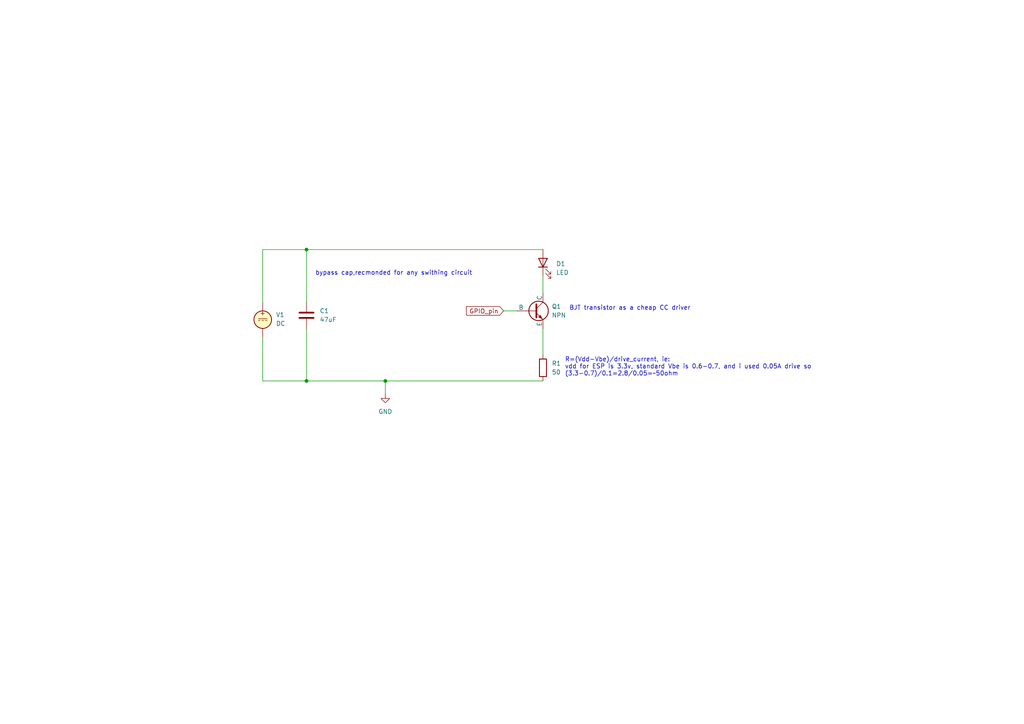
<source format=kicad_sch>
(kicad_sch (version 20230121) (generator eeschema)

  (uuid edc092a4-17cf-4b79-af80-bebfae655932)

  (paper "A4")

  (lib_symbols
    (symbol "Device:C" (pin_numbers hide) (pin_names (offset 0.254)) (in_bom yes) (on_board yes)
      (property "Reference" "C" (at 0.635 2.54 0)
        (effects (font (size 1.27 1.27)) (justify left))
      )
      (property "Value" "C" (at 0.635 -2.54 0)
        (effects (font (size 1.27 1.27)) (justify left))
      )
      (property "Footprint" "" (at 0.9652 -3.81 0)
        (effects (font (size 1.27 1.27)) hide)
      )
      (property "Datasheet" "~" (at 0 0 0)
        (effects (font (size 1.27 1.27)) hide)
      )
      (property "ki_keywords" "cap capacitor" (at 0 0 0)
        (effects (font (size 1.27 1.27)) hide)
      )
      (property "ki_description" "Unpolarized capacitor" (at 0 0 0)
        (effects (font (size 1.27 1.27)) hide)
      )
      (property "ki_fp_filters" "C_*" (at 0 0 0)
        (effects (font (size 1.27 1.27)) hide)
      )
      (symbol "C_0_1"
        (polyline
          (pts
            (xy -2.032 -0.762)
            (xy 2.032 -0.762)
          )
          (stroke (width 0.508) (type default))
          (fill (type none))
        )
        (polyline
          (pts
            (xy -2.032 0.762)
            (xy 2.032 0.762)
          )
          (stroke (width 0.508) (type default))
          (fill (type none))
        )
      )
      (symbol "C_1_1"
        (pin passive line (at 0 3.81 270) (length 2.794)
          (name "~" (effects (font (size 1.27 1.27))))
          (number "1" (effects (font (size 1.27 1.27))))
        )
        (pin passive line (at 0 -3.81 90) (length 2.794)
          (name "~" (effects (font (size 1.27 1.27))))
          (number "2" (effects (font (size 1.27 1.27))))
        )
      )
    )
    (symbol "Device:LED" (pin_numbers hide) (pin_names (offset 1.016) hide) (in_bom yes) (on_board yes)
      (property "Reference" "D" (at 0 2.54 0)
        (effects (font (size 1.27 1.27)))
      )
      (property "Value" "LED" (at 0 -2.54 0)
        (effects (font (size 1.27 1.27)))
      )
      (property "Footprint" "" (at 0 0 0)
        (effects (font (size 1.27 1.27)) hide)
      )
      (property "Datasheet" "~" (at 0 0 0)
        (effects (font (size 1.27 1.27)) hide)
      )
      (property "ki_keywords" "LED diode" (at 0 0 0)
        (effects (font (size 1.27 1.27)) hide)
      )
      (property "ki_description" "Light emitting diode" (at 0 0 0)
        (effects (font (size 1.27 1.27)) hide)
      )
      (property "ki_fp_filters" "LED* LED_SMD:* LED_THT:*" (at 0 0 0)
        (effects (font (size 1.27 1.27)) hide)
      )
      (symbol "LED_0_1"
        (polyline
          (pts
            (xy -1.27 -1.27)
            (xy -1.27 1.27)
          )
          (stroke (width 0.254) (type default))
          (fill (type none))
        )
        (polyline
          (pts
            (xy -1.27 0)
            (xy 1.27 0)
          )
          (stroke (width 0) (type default))
          (fill (type none))
        )
        (polyline
          (pts
            (xy 1.27 -1.27)
            (xy 1.27 1.27)
            (xy -1.27 0)
            (xy 1.27 -1.27)
          )
          (stroke (width 0.254) (type default))
          (fill (type none))
        )
        (polyline
          (pts
            (xy -3.048 -0.762)
            (xy -4.572 -2.286)
            (xy -3.81 -2.286)
            (xy -4.572 -2.286)
            (xy -4.572 -1.524)
          )
          (stroke (width 0) (type default))
          (fill (type none))
        )
        (polyline
          (pts
            (xy -1.778 -0.762)
            (xy -3.302 -2.286)
            (xy -2.54 -2.286)
            (xy -3.302 -2.286)
            (xy -3.302 -1.524)
          )
          (stroke (width 0) (type default))
          (fill (type none))
        )
      )
      (symbol "LED_1_1"
        (pin passive line (at -3.81 0 0) (length 2.54)
          (name "K" (effects (font (size 1.27 1.27))))
          (number "1" (effects (font (size 1.27 1.27))))
        )
        (pin passive line (at 3.81 0 180) (length 2.54)
          (name "A" (effects (font (size 1.27 1.27))))
          (number "2" (effects (font (size 1.27 1.27))))
        )
      )
    )
    (symbol "Device:R" (pin_numbers hide) (pin_names (offset 0)) (in_bom yes) (on_board yes)
      (property "Reference" "R" (at 2.032 0 90)
        (effects (font (size 1.27 1.27)))
      )
      (property "Value" "R" (at 0 0 90)
        (effects (font (size 1.27 1.27)))
      )
      (property "Footprint" "" (at -1.778 0 90)
        (effects (font (size 1.27 1.27)) hide)
      )
      (property "Datasheet" "~" (at 0 0 0)
        (effects (font (size 1.27 1.27)) hide)
      )
      (property "ki_keywords" "R res resistor" (at 0 0 0)
        (effects (font (size 1.27 1.27)) hide)
      )
      (property "ki_description" "Resistor" (at 0 0 0)
        (effects (font (size 1.27 1.27)) hide)
      )
      (property "ki_fp_filters" "R_*" (at 0 0 0)
        (effects (font (size 1.27 1.27)) hide)
      )
      (symbol "R_0_1"
        (rectangle (start -1.016 -2.54) (end 1.016 2.54)
          (stroke (width 0.254) (type default))
          (fill (type none))
        )
      )
      (symbol "R_1_1"
        (pin passive line (at 0 3.81 270) (length 1.27)
          (name "~" (effects (font (size 1.27 1.27))))
          (number "1" (effects (font (size 1.27 1.27))))
        )
        (pin passive line (at 0 -3.81 90) (length 1.27)
          (name "~" (effects (font (size 1.27 1.27))))
          (number "2" (effects (font (size 1.27 1.27))))
        )
      )
    )
    (symbol "Simulation_SPICE:NPN" (pin_numbers hide) (pin_names (offset 0)) (in_bom yes) (on_board yes)
      (property "Reference" "Q" (at -2.54 7.62 0)
        (effects (font (size 1.27 1.27)))
      )
      (property "Value" "NPN" (at -2.54 5.08 0)
        (effects (font (size 1.27 1.27)))
      )
      (property "Footprint" "" (at 63.5 0 0)
        (effects (font (size 1.27 1.27)) hide)
      )
      (property "Datasheet" "~" (at 63.5 0 0)
        (effects (font (size 1.27 1.27)) hide)
      )
      (property "Sim.Device" "NPN" (at 0 0 0)
        (effects (font (size 1.27 1.27)) hide)
      )
      (property "Sim.Type" "GUMMELPOON" (at 0 0 0)
        (effects (font (size 1.27 1.27)) hide)
      )
      (property "Sim.Pins" "1=C 2=B 3=E" (at 0 0 0)
        (effects (font (size 1.27 1.27)) hide)
      )
      (property "ki_keywords" "simulation" (at 0 0 0)
        (effects (font (size 1.27 1.27)) hide)
      )
      (property "ki_description" "Bipolar transistor symbol for simulation only, substrate tied to the emitter" (at 0 0 0)
        (effects (font (size 1.27 1.27)) hide)
      )
      (symbol "NPN_0_1"
        (polyline
          (pts
            (xy -2.54 0)
            (xy 0.635 0)
          )
          (stroke (width 0.1524) (type default))
          (fill (type none))
        )
        (polyline
          (pts
            (xy 0.635 0.635)
            (xy 2.54 2.54)
          )
          (stroke (width 0) (type default))
          (fill (type none))
        )
        (polyline
          (pts
            (xy 2.794 -1.27)
            (xy 2.794 -1.27)
          )
          (stroke (width 0.1524) (type default))
          (fill (type none))
        )
        (polyline
          (pts
            (xy 2.794 -1.27)
            (xy 2.794 -1.27)
          )
          (stroke (width 0.1524) (type default))
          (fill (type none))
        )
        (polyline
          (pts
            (xy 0.635 -0.635)
            (xy 2.54 -2.54)
            (xy 2.54 -2.54)
          )
          (stroke (width 0) (type default))
          (fill (type none))
        )
        (polyline
          (pts
            (xy 0.635 1.905)
            (xy 0.635 -1.905)
            (xy 0.635 -1.905)
          )
          (stroke (width 0.508) (type default))
          (fill (type none))
        )
        (polyline
          (pts
            (xy 1.27 -1.778)
            (xy 1.778 -1.27)
            (xy 2.286 -2.286)
            (xy 1.27 -1.778)
            (xy 1.27 -1.778)
          )
          (stroke (width 0) (type default))
          (fill (type outline))
        )
        (circle (center 1.27 0) (radius 2.8194)
          (stroke (width 0.254) (type default))
          (fill (type none))
        )
      )
      (symbol "NPN_1_1"
        (pin open_collector line (at 2.54 5.08 270) (length 2.54)
          (name "C" (effects (font (size 1.27 1.27))))
          (number "1" (effects (font (size 1.27 1.27))))
        )
        (pin input line (at -5.08 0 0) (length 2.54)
          (name "B" (effects (font (size 1.27 1.27))))
          (number "2" (effects (font (size 1.27 1.27))))
        )
        (pin open_emitter line (at 2.54 -5.08 90) (length 2.54)
          (name "E" (effects (font (size 1.27 1.27))))
          (number "3" (effects (font (size 1.27 1.27))))
        )
      )
    )
    (symbol "Simulation_SPICE:VDC" (pin_numbers hide) (pin_names (offset 0.0254)) (in_bom yes) (on_board yes)
      (property "Reference" "V" (at 2.54 2.54 0)
        (effects (font (size 1.27 1.27)) (justify left))
      )
      (property "Value" "1" (at 2.54 0 0)
        (effects (font (size 1.27 1.27)) (justify left))
      )
      (property "Footprint" "" (at 0 0 0)
        (effects (font (size 1.27 1.27)) hide)
      )
      (property "Datasheet" "~" (at 0 0 0)
        (effects (font (size 1.27 1.27)) hide)
      )
      (property "Sim.Pins" "1=+ 2=-" (at 0 0 0)
        (effects (font (size 1.27 1.27)) hide)
      )
      (property "Sim.Type" "DC" (at 0 0 0)
        (effects (font (size 1.27 1.27)) hide)
      )
      (property "Sim.Device" "V" (at 0 0 0)
        (effects (font (size 1.27 1.27)) (justify left) hide)
      )
      (property "ki_keywords" "simulation" (at 0 0 0)
        (effects (font (size 1.27 1.27)) hide)
      )
      (property "ki_description" "Voltage source, DC" (at 0 0 0)
        (effects (font (size 1.27 1.27)) hide)
      )
      (symbol "VDC_0_0"
        (polyline
          (pts
            (xy -1.27 0.254)
            (xy 1.27 0.254)
          )
          (stroke (width 0) (type default))
          (fill (type none))
        )
        (polyline
          (pts
            (xy -0.762 -0.254)
            (xy -1.27 -0.254)
          )
          (stroke (width 0) (type default))
          (fill (type none))
        )
        (polyline
          (pts
            (xy 0.254 -0.254)
            (xy -0.254 -0.254)
          )
          (stroke (width 0) (type default))
          (fill (type none))
        )
        (polyline
          (pts
            (xy 1.27 -0.254)
            (xy 0.762 -0.254)
          )
          (stroke (width 0) (type default))
          (fill (type none))
        )
        (text "+" (at 0 1.905 0)
          (effects (font (size 1.27 1.27)))
        )
      )
      (symbol "VDC_0_1"
        (circle (center 0 0) (radius 2.54)
          (stroke (width 0.254) (type default))
          (fill (type background))
        )
      )
      (symbol "VDC_1_1"
        (pin passive line (at 0 5.08 270) (length 2.54)
          (name "~" (effects (font (size 1.27 1.27))))
          (number "1" (effects (font (size 1.27 1.27))))
        )
        (pin passive line (at 0 -5.08 90) (length 2.54)
          (name "~" (effects (font (size 1.27 1.27))))
          (number "2" (effects (font (size 1.27 1.27))))
        )
      )
    )
    (symbol "power:GND" (power) (pin_names (offset 0)) (in_bom yes) (on_board yes)
      (property "Reference" "#PWR" (at 0 -6.35 0)
        (effects (font (size 1.27 1.27)) hide)
      )
      (property "Value" "GND" (at 0 -3.81 0)
        (effects (font (size 1.27 1.27)))
      )
      (property "Footprint" "" (at 0 0 0)
        (effects (font (size 1.27 1.27)) hide)
      )
      (property "Datasheet" "" (at 0 0 0)
        (effects (font (size 1.27 1.27)) hide)
      )
      (property "ki_keywords" "global power" (at 0 0 0)
        (effects (font (size 1.27 1.27)) hide)
      )
      (property "ki_description" "Power symbol creates a global label with name \"GND\" , ground" (at 0 0 0)
        (effects (font (size 1.27 1.27)) hide)
      )
      (symbol "GND_0_1"
        (polyline
          (pts
            (xy 0 0)
            (xy 0 -1.27)
            (xy 1.27 -1.27)
            (xy 0 -2.54)
            (xy -1.27 -1.27)
            (xy 0 -1.27)
          )
          (stroke (width 0) (type default))
          (fill (type none))
        )
      )
      (symbol "GND_1_1"
        (pin power_in line (at 0 0 270) (length 0) hide
          (name "GND" (effects (font (size 1.27 1.27))))
          (number "1" (effects (font (size 1.27 1.27))))
        )
      )
    )
  )

  (junction (at 111.76 110.49) (diameter 0) (color 0 0 0 0)
    (uuid 1200df12-c4ee-481e-b675-71045bbb192e)
  )
  (junction (at 88.9 110.49) (diameter 0) (color 0 0 0 0)
    (uuid 364bb491-355f-46e6-88c4-b54cb5fad01b)
  )
  (junction (at 88.9 72.39) (diameter 0) (color 0 0 0 0)
    (uuid df501638-5cf4-44c3-8619-e82f7e5997a5)
  )

  (wire (pts (xy 111.76 110.49) (xy 111.76 114.3))
    (stroke (width 0) (type default))
    (uuid 06db70b0-c2d0-4708-bc35-2a59f0af2378)
  )
  (wire (pts (xy 157.48 72.39) (xy 88.9 72.39))
    (stroke (width 0) (type default))
    (uuid 1131858c-7952-4f61-8ad7-a210e34dd148)
  )
  (wire (pts (xy 76.2 72.39) (xy 76.2 87.63))
    (stroke (width 0) (type default))
    (uuid 1278a9eb-3892-478b-9c04-e68d19a2accd)
  )
  (wire (pts (xy 157.48 110.49) (xy 111.76 110.49))
    (stroke (width 0) (type default))
    (uuid 1db2c069-edfe-43c8-8e44-8917dd8ecf5c)
  )
  (wire (pts (xy 88.9 72.39) (xy 88.9 87.63))
    (stroke (width 0) (type default))
    (uuid 2e2bd256-af36-4c9e-9e64-c6ff34a24da2)
  )
  (wire (pts (xy 157.48 80.01) (xy 157.48 85.09))
    (stroke (width 0) (type default))
    (uuid 34898c57-b701-4c3e-95b2-70d046cc64b6)
  )
  (wire (pts (xy 88.9 95.25) (xy 88.9 110.49))
    (stroke (width 0) (type default))
    (uuid 3f3a5bd3-fcf3-4725-9522-cfad294abc6d)
  )
  (wire (pts (xy 111.76 110.49) (xy 88.9 110.49))
    (stroke (width 0) (type default))
    (uuid 5bd4dc40-fa2a-4906-9871-4de4e1e16e39)
  )
  (wire (pts (xy 157.48 95.25) (xy 157.48 102.87))
    (stroke (width 0) (type default))
    (uuid 94ae1f93-d47c-42ff-a7ab-4d2765bbe747)
  )
  (wire (pts (xy 149.86 90.17) (xy 146.05 90.17))
    (stroke (width 0) (type default))
    (uuid 9755f3f7-0c96-417a-aeed-c8d9b12cee2a)
  )
  (wire (pts (xy 88.9 72.39) (xy 76.2 72.39))
    (stroke (width 0) (type default))
    (uuid ab772df6-f780-49cf-958a-1568dfba33ea)
  )
  (wire (pts (xy 76.2 110.49) (xy 76.2 97.79))
    (stroke (width 0) (type default))
    (uuid c5e573af-81ee-4827-b014-4a40622d30b0)
  )
  (wire (pts (xy 88.9 110.49) (xy 76.2 110.49))
    (stroke (width 0) (type default))
    (uuid cd803b55-12d2-4cec-b1d5-d3a60c930aa5)
  )

  (text "R=(Vdd-Vbe)/drive_current, ie:\nvdd for ESP is 3.3v, standard Vbe is 0.6-0.7, and i used 0.05A drive so\n(3.3-0.7)/0.1=2.8/0.05=~50ohm\n"
    (at 163.83 109.22 0)
    (effects (font (size 1.27 1.27)) (justify left bottom))
    (uuid 27c4a275-abab-4597-af06-c35da26c8a3b)
  )
  (text "bypass cap,recmonded for any swithing circuit " (at 91.44 80.01 0)
    (effects (font (size 1.27 1.27)) (justify left bottom))
    (uuid 2e463e17-f626-465a-9337-ec12ac1d8c27)
  )
  (text "BJT transistor as a cheap CC driver\n" (at 165.1 90.17 0)
    (effects (font (size 1.27 1.27)) (justify left bottom))
    (uuid 349b3ba7-88a6-417b-bdac-e72b0aaa3488)
  )

  (global_label "GPIO_pin" (shape input) (at 146.05 90.17 180) (fields_autoplaced)
    (effects (font (size 1.27 1.27)) (justify right))
    (uuid a654b886-bfb4-4199-b5ea-dad8b8e43b85)
    (property "Intersheetrefs" "${INTERSHEET_REFS}" (at 134.7191 90.17 0)
      (effects (font (size 1.27 1.27)) (justify right) hide)
    )
  )

  (symbol (lib_id "power:GND") (at 111.76 114.3 0) (unit 1)
    (in_bom yes) (on_board yes) (dnp no) (fields_autoplaced)
    (uuid 25063cb0-78fc-4568-9c22-6860676329be)
    (property "Reference" "#PWR01" (at 111.76 120.65 0)
      (effects (font (size 1.27 1.27)) hide)
    )
    (property "Value" "GND" (at 111.76 119.38 0)
      (effects (font (size 1.27 1.27)))
    )
    (property "Footprint" "" (at 111.76 114.3 0)
      (effects (font (size 1.27 1.27)) hide)
    )
    (property "Datasheet" "" (at 111.76 114.3 0)
      (effects (font (size 1.27 1.27)) hide)
    )
    (pin "1" (uuid 6949bdf5-7309-4458-a080-38aa90941cd5))
    (instances
      (project "led_driver"
        (path "/edc092a4-17cf-4b79-af80-bebfae655932"
          (reference "#PWR01") (unit 1)
        )
      )
    )
  )

  (symbol (lib_id "Device:C") (at 88.9 91.44 0) (unit 1)
    (in_bom yes) (on_board yes) (dnp no) (fields_autoplaced)
    (uuid 3cbb048c-80b9-4943-8468-2af609810c3c)
    (property "Reference" "C1" (at 92.71 90.17 0)
      (effects (font (size 1.27 1.27)) (justify left))
    )
    (property "Value" "47uF" (at 92.71 92.71 0)
      (effects (font (size 1.27 1.27)) (justify left))
    )
    (property "Footprint" "" (at 89.8652 95.25 0)
      (effects (font (size 1.27 1.27)) hide)
    )
    (property "Datasheet" "~" (at 88.9 91.44 0)
      (effects (font (size 1.27 1.27)) hide)
    )
    (pin "2" (uuid d6d442a8-6627-4cf0-8952-16997a7e9f52))
    (pin "1" (uuid 09e1cd3f-0b30-4159-832e-3c0162cba535))
    (instances
      (project "led_driver"
        (path "/edc092a4-17cf-4b79-af80-bebfae655932"
          (reference "C1") (unit 1)
        )
      )
    )
  )

  (symbol (lib_id "Simulation_SPICE:NPN") (at 154.94 90.17 0) (unit 1)
    (in_bom yes) (on_board yes) (dnp no) (fields_autoplaced)
    (uuid 95524e07-efd7-4075-a4ec-748234138430)
    (property "Reference" "Q1" (at 160.02 88.9 0)
      (effects (font (size 1.27 1.27)) (justify left))
    )
    (property "Value" "NPN" (at 160.02 91.44 0)
      (effects (font (size 1.27 1.27)) (justify left))
    )
    (property "Footprint" "" (at 218.44 90.17 0)
      (effects (font (size 1.27 1.27)) hide)
    )
    (property "Datasheet" "~" (at 218.44 90.17 0)
      (effects (font (size 1.27 1.27)) hide)
    )
    (property "Sim.Device" "NPN" (at 154.94 90.17 0)
      (effects (font (size 1.27 1.27)) hide)
    )
    (property "Sim.Type" "GUMMELPOON" (at 154.94 90.17 0)
      (effects (font (size 1.27 1.27)) hide)
    )
    (property "Sim.Pins" "1=C 2=B 3=E" (at 154.94 90.17 0)
      (effects (font (size 1.27 1.27)) hide)
    )
    (pin "3" (uuid 7122902f-0821-40d0-af02-9089d2affb6b))
    (pin "1" (uuid f020d65b-7cb4-4806-88aa-5f0936f600f1))
    (pin "2" (uuid 00fb24c6-5545-405b-a6fa-8182246f21f0))
    (instances
      (project "led_driver"
        (path "/edc092a4-17cf-4b79-af80-bebfae655932"
          (reference "Q1") (unit 1)
        )
      )
    )
  )

  (symbol (lib_id "Simulation_SPICE:VDC") (at 76.2 92.71 0) (unit 1)
    (in_bom yes) (on_board yes) (dnp no) (fields_autoplaced)
    (uuid 97d72de3-94eb-4d18-89ec-b9e413042ede)
    (property "Reference" "V1" (at 80.01 91.3102 0)
      (effects (font (size 1.27 1.27)) (justify left))
    )
    (property "Value" "DC" (at 80.01 93.8502 0)
      (effects (font (size 1.27 1.27)) (justify left))
    )
    (property "Footprint" "" (at 76.2 92.71 0)
      (effects (font (size 1.27 1.27)) hide)
    )
    (property "Datasheet" "~" (at 76.2 92.71 0)
      (effects (font (size 1.27 1.27)) hide)
    )
    (property "Sim.Pins" "1=+ 2=-" (at 76.2 92.71 0)
      (effects (font (size 1.27 1.27)) hide)
    )
    (property "Sim.Type" "DC" (at 76.2 92.71 0)
      (effects (font (size 1.27 1.27)) hide)
    )
    (property "Sim.Device" "V" (at 76.2 92.71 0)
      (effects (font (size 1.27 1.27)) (justify left) hide)
    )
    (pin "1" (uuid 9902eb4a-16d9-40ae-989a-ba4412013c41))
    (pin "2" (uuid bd227ad0-9095-4cfa-8142-5c568f9a4b01))
    (instances
      (project "led_driver"
        (path "/edc092a4-17cf-4b79-af80-bebfae655932"
          (reference "V1") (unit 1)
        )
      )
    )
  )

  (symbol (lib_id "Device:LED") (at 157.48 76.2 90) (unit 1)
    (in_bom yes) (on_board yes) (dnp no) (fields_autoplaced)
    (uuid 9aa022ee-4992-475b-86bd-4e7e67d96f97)
    (property "Reference" "D1" (at 161.29 76.5175 90)
      (effects (font (size 1.27 1.27)) (justify right))
    )
    (property "Value" "LED" (at 161.29 79.0575 90)
      (effects (font (size 1.27 1.27)) (justify right))
    )
    (property "Footprint" "" (at 157.48 76.2 0)
      (effects (font (size 1.27 1.27)) hide)
    )
    (property "Datasheet" "~" (at 157.48 76.2 0)
      (effects (font (size 1.27 1.27)) hide)
    )
    (pin "1" (uuid 3f7a2692-190e-458e-ae75-b79139d13655))
    (pin "2" (uuid 2b0b52cd-1a01-4cdb-9ab4-5b1791ab6607))
    (instances
      (project "led_driver"
        (path "/edc092a4-17cf-4b79-af80-bebfae655932"
          (reference "D1") (unit 1)
        )
      )
    )
  )

  (symbol (lib_id "Device:R") (at 157.48 106.68 0) (unit 1)
    (in_bom yes) (on_board yes) (dnp no) (fields_autoplaced)
    (uuid f7bfcbf8-3416-4522-b63b-b90bf35152b1)
    (property "Reference" "R1" (at 160.02 105.41 0)
      (effects (font (size 1.27 1.27)) (justify left))
    )
    (property "Value" "50" (at 160.02 107.95 0)
      (effects (font (size 1.27 1.27)) (justify left))
    )
    (property "Footprint" "" (at 155.702 106.68 90)
      (effects (font (size 1.27 1.27)) hide)
    )
    (property "Datasheet" "~" (at 157.48 106.68 0)
      (effects (font (size 1.27 1.27)) hide)
    )
    (pin "2" (uuid 570b4b75-2578-4c3f-9124-e890ed05808e))
    (pin "1" (uuid 49112752-8206-42d9-bed7-d478ed950cb6))
    (instances
      (project "led_driver"
        (path "/edc092a4-17cf-4b79-af80-bebfae655932"
          (reference "R1") (unit 1)
        )
      )
    )
  )

  (sheet_instances
    (path "/" (page "1"))
  )
)

</source>
